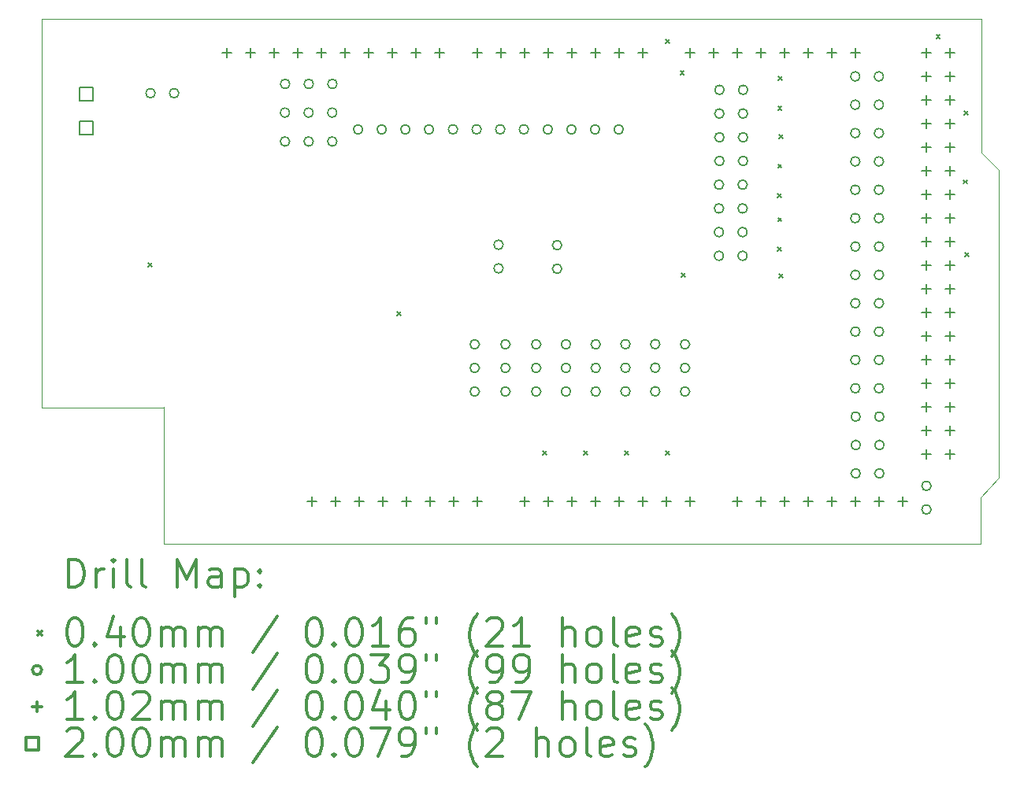
<source format=gbr>
%FSLAX45Y45*%
G04 Gerber Fmt 4.5, Leading zero omitted, Abs format (unit mm)*
G04 Created by KiCad (PCBNEW (5.1.0-0)) date 2019-04-24 12:07:12*
%MOMM*%
%LPD*%
G04 APERTURE LIST*
%ADD10C,0.100000*%
%ADD11C,0.200000*%
%ADD12C,0.300000*%
G04 APERTURE END LIST*
D10*
X8540000Y-6700000D02*
X8540000Y-6785000D01*
X18640000Y-6700000D02*
X8540000Y-6700000D01*
X18640000Y-8140000D02*
X18640000Y-6700000D01*
X18825000Y-8325000D02*
X18640000Y-8140000D01*
X18825000Y-11640000D02*
X18825000Y-8325000D01*
X18625000Y-11845000D02*
X18825000Y-11640000D01*
X18625000Y-12345000D02*
X18625000Y-11845000D01*
X9845000Y-12345000D02*
X18625000Y-12345000D01*
X9845000Y-10875000D02*
X9845000Y-12345000D01*
X8540000Y-10880000D02*
X9845000Y-10880000D01*
X8540000Y-6785000D02*
X8540000Y-10880000D01*
D11*
X9680000Y-9325000D02*
X9720000Y-9365000D01*
X9720000Y-9325000D02*
X9680000Y-9365000D01*
X12355000Y-9855000D02*
X12395000Y-9895000D01*
X12395000Y-9855000D02*
X12355000Y-9895000D01*
X13920000Y-11350000D02*
X13960000Y-11390000D01*
X13960000Y-11350000D02*
X13920000Y-11390000D01*
X14360000Y-11350000D02*
X14400000Y-11390000D01*
X14400000Y-11350000D02*
X14360000Y-11390000D01*
X14800000Y-11350000D02*
X14840000Y-11390000D01*
X14840000Y-11350000D02*
X14800000Y-11390000D01*
X15240000Y-6920000D02*
X15280000Y-6960000D01*
X15280000Y-6920000D02*
X15240000Y-6960000D01*
X15240000Y-11350000D02*
X15280000Y-11390000D01*
X15280000Y-11350000D02*
X15240000Y-11390000D01*
X15400000Y-7260000D02*
X15440000Y-7300000D01*
X15440000Y-7260000D02*
X15400000Y-7300000D01*
X15410000Y-9435000D02*
X15450000Y-9475000D01*
X15450000Y-9435000D02*
X15410000Y-9475000D01*
X16445000Y-8580000D02*
X16485000Y-8620000D01*
X16485000Y-8580000D02*
X16445000Y-8620000D01*
X16445000Y-9160000D02*
X16485000Y-9200000D01*
X16485000Y-9160000D02*
X16445000Y-9200000D01*
X16450000Y-7640000D02*
X16490000Y-7680000D01*
X16490000Y-7640000D02*
X16450000Y-7680000D01*
X16450000Y-8265000D02*
X16490000Y-8305000D01*
X16490000Y-8265000D02*
X16450000Y-8305000D01*
X16450000Y-8840000D02*
X16490000Y-8880000D01*
X16490000Y-8840000D02*
X16450000Y-8880000D01*
X16455000Y-7320000D02*
X16495000Y-7360000D01*
X16495000Y-7320000D02*
X16455000Y-7360000D01*
X16460000Y-7950000D02*
X16500000Y-7990000D01*
X16500000Y-7950000D02*
X16460000Y-7990000D01*
X16460000Y-9445000D02*
X16500000Y-9485000D01*
X16500000Y-9445000D02*
X16460000Y-9485000D01*
X18150000Y-6870000D02*
X18190000Y-6910000D01*
X18190000Y-6870000D02*
X18150000Y-6910000D01*
X18445000Y-8435000D02*
X18485000Y-8475000D01*
X18485000Y-8435000D02*
X18445000Y-8475000D01*
X18450000Y-7690000D02*
X18490000Y-7730000D01*
X18490000Y-7690000D02*
X18450000Y-7730000D01*
X18460000Y-9215000D02*
X18500000Y-9255000D01*
X18500000Y-9215000D02*
X18460000Y-9255000D01*
X17330000Y-7625000D02*
G75*
G03X17330000Y-7625000I-50000J0D01*
G01*
X17584000Y-7625000D02*
G75*
G03X17584000Y-7625000I-50000J0D01*
G01*
X17331000Y-10065000D02*
G75*
G03X17331000Y-10065000I-50000J0D01*
G01*
X17585000Y-10065000D02*
G75*
G03X17585000Y-10065000I-50000J0D01*
G01*
X15870000Y-7975000D02*
G75*
G03X15870000Y-7975000I-50000J0D01*
G01*
X16124000Y-7975000D02*
G75*
G03X16124000Y-7975000I-50000J0D01*
G01*
X14125000Y-9135000D02*
G75*
G03X14125000Y-9135000I-50000J0D01*
G01*
X14125000Y-9389000D02*
G75*
G03X14125000Y-9389000I-50000J0D01*
G01*
X13495000Y-9131000D02*
G75*
G03X13495000Y-9131000I-50000J0D01*
G01*
X13495000Y-9385000D02*
G75*
G03X13495000Y-9385000I-50000J0D01*
G01*
X13006000Y-7890000D02*
G75*
G03X13006000Y-7890000I-50000J0D01*
G01*
X13260000Y-7890000D02*
G75*
G03X13260000Y-7890000I-50000J0D01*
G01*
X13514000Y-7890000D02*
G75*
G03X13514000Y-7890000I-50000J0D01*
G01*
X13768000Y-7890000D02*
G75*
G03X13768000Y-7890000I-50000J0D01*
G01*
X17330000Y-8235000D02*
G75*
G03X17330000Y-8235000I-50000J0D01*
G01*
X17584000Y-8235000D02*
G75*
G03X17584000Y-8235000I-50000J0D01*
G01*
X17330000Y-7930000D02*
G75*
G03X17330000Y-7930000I-50000J0D01*
G01*
X17584000Y-7930000D02*
G75*
G03X17584000Y-7930000I-50000J0D01*
G01*
X17335000Y-11590000D02*
G75*
G03X17335000Y-11590000I-50000J0D01*
G01*
X11202000Y-7400000D02*
G75*
G03X11202000Y-7400000I-50000J0D01*
G01*
X11456000Y-7400000D02*
G75*
G03X11456000Y-7400000I-50000J0D01*
G01*
X11710000Y-7400000D02*
G75*
G03X11710000Y-7400000I-50000J0D01*
G01*
X15870000Y-8230000D02*
G75*
G03X15870000Y-8230000I-50000J0D01*
G01*
X16124000Y-8230000D02*
G75*
G03X16124000Y-8230000I-50000J0D01*
G01*
X15865000Y-9250000D02*
G75*
G03X15865000Y-9250000I-50000J0D01*
G01*
X17589000Y-11590000D02*
G75*
G03X17589000Y-11590000I-50000J0D01*
G01*
X15500000Y-10202000D02*
G75*
G03X15500000Y-10202000I-50000J0D01*
G01*
X15500000Y-10456000D02*
G75*
G03X15500000Y-10456000I-50000J0D01*
G01*
X15500000Y-10710000D02*
G75*
G03X15500000Y-10710000I-50000J0D01*
G01*
X13570000Y-10456000D02*
G75*
G03X13570000Y-10456000I-50000J0D01*
G01*
X14025000Y-7890000D02*
G75*
G03X14025000Y-7890000I-50000J0D01*
G01*
X14279000Y-7890000D02*
G75*
G03X14279000Y-7890000I-50000J0D01*
G01*
X14533000Y-7890000D02*
G75*
G03X14533000Y-7890000I-50000J0D01*
G01*
X14787000Y-7890000D02*
G75*
G03X14787000Y-7890000I-50000J0D01*
G01*
X15865000Y-8485000D02*
G75*
G03X15865000Y-8485000I-50000J0D01*
G01*
X16119000Y-8485000D02*
G75*
G03X16119000Y-8485000I-50000J0D01*
G01*
X13570000Y-10202000D02*
G75*
G03X13570000Y-10202000I-50000J0D01*
G01*
X13570000Y-10710000D02*
G75*
G03X13570000Y-10710000I-50000J0D01*
G01*
X9755000Y-7500000D02*
G75*
G03X9755000Y-7500000I-50000J0D01*
G01*
X10009000Y-7500000D02*
G75*
G03X10009000Y-7500000I-50000J0D01*
G01*
X15180000Y-10200000D02*
G75*
G03X15180000Y-10200000I-50000J0D01*
G01*
X15180000Y-10454000D02*
G75*
G03X15180000Y-10454000I-50000J0D01*
G01*
X15180000Y-10708000D02*
G75*
G03X15180000Y-10708000I-50000J0D01*
G01*
X16119000Y-9250000D02*
G75*
G03X16119000Y-9250000I-50000J0D01*
G01*
X13240000Y-10202000D02*
G75*
G03X13240000Y-10202000I-50000J0D01*
G01*
X13240000Y-10456000D02*
G75*
G03X13240000Y-10456000I-50000J0D01*
G01*
X13240000Y-10710000D02*
G75*
G03X13240000Y-10710000I-50000J0D01*
G01*
X17330000Y-7320000D02*
G75*
G03X17330000Y-7320000I-50000J0D01*
G01*
X17584000Y-7320000D02*
G75*
G03X17584000Y-7320000I-50000J0D01*
G01*
X17331000Y-9760000D02*
G75*
G03X17331000Y-9760000I-50000J0D01*
G01*
X17585000Y-9760000D02*
G75*
G03X17585000Y-9760000I-50000J0D01*
G01*
X14860000Y-10200000D02*
G75*
G03X14860000Y-10200000I-50000J0D01*
G01*
X14860000Y-10454000D02*
G75*
G03X14860000Y-10454000I-50000J0D01*
G01*
X14860000Y-10708000D02*
G75*
G03X14860000Y-10708000I-50000J0D01*
G01*
X17331000Y-9455000D02*
G75*
G03X17331000Y-9455000I-50000J0D01*
G01*
X17330000Y-8540000D02*
G75*
G03X17330000Y-8540000I-50000J0D01*
G01*
X17584000Y-8540000D02*
G75*
G03X17584000Y-8540000I-50000J0D01*
G01*
X18095000Y-11725000D02*
G75*
G03X18095000Y-11725000I-50000J0D01*
G01*
X18095000Y-11979000D02*
G75*
G03X18095000Y-11979000I-50000J0D01*
G01*
X17585000Y-9455000D02*
G75*
G03X17585000Y-9455000I-50000J0D01*
G01*
X15865000Y-8740000D02*
G75*
G03X15865000Y-8740000I-50000J0D01*
G01*
X15865000Y-8995000D02*
G75*
G03X15865000Y-8995000I-50000J0D01*
G01*
X16119000Y-8995000D02*
G75*
G03X16119000Y-8995000I-50000J0D01*
G01*
X17331000Y-9150000D02*
G75*
G03X17331000Y-9150000I-50000J0D01*
G01*
X17585000Y-9150000D02*
G75*
G03X17585000Y-9150000I-50000J0D01*
G01*
X17335000Y-10980000D02*
G75*
G03X17335000Y-10980000I-50000J0D01*
G01*
X17589000Y-10980000D02*
G75*
G03X17589000Y-10980000I-50000J0D01*
G01*
X15870000Y-7720000D02*
G75*
G03X15870000Y-7720000I-50000J0D01*
G01*
X16124000Y-7720000D02*
G75*
G03X16124000Y-7720000I-50000J0D01*
G01*
X17330000Y-8845000D02*
G75*
G03X17330000Y-8845000I-50000J0D01*
G01*
X17584000Y-8845000D02*
G75*
G03X17584000Y-8845000I-50000J0D01*
G01*
X17336000Y-11285000D02*
G75*
G03X17336000Y-11285000I-50000J0D01*
G01*
X17590000Y-11285000D02*
G75*
G03X17590000Y-11285000I-50000J0D01*
G01*
X11986000Y-7890000D02*
G75*
G03X11986000Y-7890000I-50000J0D01*
G01*
X12240000Y-7890000D02*
G75*
G03X12240000Y-7890000I-50000J0D01*
G01*
X12494000Y-7890000D02*
G75*
G03X12494000Y-7890000I-50000J0D01*
G01*
X12748000Y-7890000D02*
G75*
G03X12748000Y-7890000I-50000J0D01*
G01*
X17585000Y-10675000D02*
G75*
G03X17585000Y-10675000I-50000J0D01*
G01*
X14220000Y-10202000D02*
G75*
G03X14220000Y-10202000I-50000J0D01*
G01*
X14220000Y-10456000D02*
G75*
G03X14220000Y-10456000I-50000J0D01*
G01*
X14220000Y-10710000D02*
G75*
G03X14220000Y-10710000I-50000J0D01*
G01*
X16119000Y-8740000D02*
G75*
G03X16119000Y-8740000I-50000J0D01*
G01*
X17331000Y-10675000D02*
G75*
G03X17331000Y-10675000I-50000J0D01*
G01*
X15870000Y-7465000D02*
G75*
G03X15870000Y-7465000I-50000J0D01*
G01*
X16124000Y-7465000D02*
G75*
G03X16124000Y-7465000I-50000J0D01*
G01*
X11200000Y-7710000D02*
G75*
G03X11200000Y-7710000I-50000J0D01*
G01*
X11454000Y-7710000D02*
G75*
G03X11454000Y-7710000I-50000J0D01*
G01*
X11708000Y-7710000D02*
G75*
G03X11708000Y-7710000I-50000J0D01*
G01*
X17331000Y-10370000D02*
G75*
G03X17331000Y-10370000I-50000J0D01*
G01*
X17585000Y-10370000D02*
G75*
G03X17585000Y-10370000I-50000J0D01*
G01*
X13900000Y-10202000D02*
G75*
G03X13900000Y-10202000I-50000J0D01*
G01*
X13900000Y-10456000D02*
G75*
G03X13900000Y-10456000I-50000J0D01*
G01*
X13900000Y-10710000D02*
G75*
G03X13900000Y-10710000I-50000J0D01*
G01*
X14540000Y-10202000D02*
G75*
G03X14540000Y-10202000I-50000J0D01*
G01*
X14540000Y-10456000D02*
G75*
G03X14540000Y-10456000I-50000J0D01*
G01*
X14540000Y-10710000D02*
G75*
G03X14540000Y-10710000I-50000J0D01*
G01*
X11200000Y-8020000D02*
G75*
G03X11200000Y-8020000I-50000J0D01*
G01*
X11454000Y-8020000D02*
G75*
G03X11454000Y-8020000I-50000J0D01*
G01*
X11708000Y-8020000D02*
G75*
G03X11708000Y-8020000I-50000J0D01*
G01*
X10524600Y-7012400D02*
X10524600Y-7114000D01*
X10473800Y-7063200D02*
X10575400Y-7063200D01*
X10778600Y-7012400D02*
X10778600Y-7114000D01*
X10727800Y-7063200D02*
X10829400Y-7063200D01*
X11032600Y-7012400D02*
X11032600Y-7114000D01*
X10981800Y-7063200D02*
X11083400Y-7063200D01*
X11286600Y-7012400D02*
X11286600Y-7114000D01*
X11235800Y-7063200D02*
X11337400Y-7063200D01*
X11439000Y-11838400D02*
X11439000Y-11940000D01*
X11388200Y-11889200D02*
X11489800Y-11889200D01*
X11540600Y-7012400D02*
X11540600Y-7114000D01*
X11489800Y-7063200D02*
X11591400Y-7063200D01*
X11693000Y-11838400D02*
X11693000Y-11940000D01*
X11642200Y-11889200D02*
X11743800Y-11889200D01*
X11794600Y-7012400D02*
X11794600Y-7114000D01*
X11743800Y-7063200D02*
X11845400Y-7063200D01*
X11947000Y-11838400D02*
X11947000Y-11940000D01*
X11896200Y-11889200D02*
X11997800Y-11889200D01*
X12048600Y-7012400D02*
X12048600Y-7114000D01*
X11997800Y-7063200D02*
X12099400Y-7063200D01*
X12201000Y-11838400D02*
X12201000Y-11940000D01*
X12150200Y-11889200D02*
X12251800Y-11889200D01*
X12302600Y-7012400D02*
X12302600Y-7114000D01*
X12251800Y-7063200D02*
X12353400Y-7063200D01*
X12455000Y-11838400D02*
X12455000Y-11940000D01*
X12404200Y-11889200D02*
X12505800Y-11889200D01*
X12556600Y-7012400D02*
X12556600Y-7114000D01*
X12505800Y-7063200D02*
X12607400Y-7063200D01*
X12709000Y-11838400D02*
X12709000Y-11940000D01*
X12658200Y-11889200D02*
X12759800Y-11889200D01*
X12810600Y-7012400D02*
X12810600Y-7114000D01*
X12759800Y-7063200D02*
X12861400Y-7063200D01*
X12963000Y-11838400D02*
X12963000Y-11940000D01*
X12912200Y-11889200D02*
X13013800Y-11889200D01*
X13217000Y-7012400D02*
X13217000Y-7114000D01*
X13166200Y-7063200D02*
X13267800Y-7063200D01*
X13217000Y-11838400D02*
X13217000Y-11940000D01*
X13166200Y-11889200D02*
X13267800Y-11889200D01*
X13471000Y-7012400D02*
X13471000Y-7114000D01*
X13420200Y-7063200D02*
X13521800Y-7063200D01*
X13725000Y-7012400D02*
X13725000Y-7114000D01*
X13674200Y-7063200D02*
X13775800Y-7063200D01*
X13725000Y-11838400D02*
X13725000Y-11940000D01*
X13674200Y-11889200D02*
X13775800Y-11889200D01*
X13979000Y-7012400D02*
X13979000Y-7114000D01*
X13928200Y-7063200D02*
X14029800Y-7063200D01*
X13979000Y-11838400D02*
X13979000Y-11940000D01*
X13928200Y-11889200D02*
X14029800Y-11889200D01*
X14233000Y-7012400D02*
X14233000Y-7114000D01*
X14182200Y-7063200D02*
X14283800Y-7063200D01*
X14233000Y-11838400D02*
X14233000Y-11940000D01*
X14182200Y-11889200D02*
X14283800Y-11889200D01*
X14487000Y-7012400D02*
X14487000Y-7114000D01*
X14436200Y-7063200D02*
X14537800Y-7063200D01*
X14487000Y-11838400D02*
X14487000Y-11940000D01*
X14436200Y-11889200D02*
X14537800Y-11889200D01*
X14741000Y-7012400D02*
X14741000Y-7114000D01*
X14690200Y-7063200D02*
X14791800Y-7063200D01*
X14741000Y-11838400D02*
X14741000Y-11940000D01*
X14690200Y-11889200D02*
X14791800Y-11889200D01*
X14995000Y-7012400D02*
X14995000Y-7114000D01*
X14944200Y-7063200D02*
X15045800Y-7063200D01*
X14995000Y-11838400D02*
X14995000Y-11940000D01*
X14944200Y-11889200D02*
X15045800Y-11889200D01*
X15249000Y-11838400D02*
X15249000Y-11940000D01*
X15198200Y-11889200D02*
X15299800Y-11889200D01*
X15503000Y-7012400D02*
X15503000Y-7114000D01*
X15452200Y-7063200D02*
X15553800Y-7063200D01*
X15503000Y-11838400D02*
X15503000Y-11940000D01*
X15452200Y-11889200D02*
X15553800Y-11889200D01*
X15757000Y-7012400D02*
X15757000Y-7114000D01*
X15706200Y-7063200D02*
X15807800Y-7063200D01*
X16011000Y-7012400D02*
X16011000Y-7114000D01*
X15960200Y-7063200D02*
X16061800Y-7063200D01*
X16011000Y-11838400D02*
X16011000Y-11940000D01*
X15960200Y-11889200D02*
X16061800Y-11889200D01*
X16265000Y-7012400D02*
X16265000Y-7114000D01*
X16214200Y-7063200D02*
X16315800Y-7063200D01*
X16265000Y-11838400D02*
X16265000Y-11940000D01*
X16214200Y-11889200D02*
X16315800Y-11889200D01*
X16519000Y-7012400D02*
X16519000Y-7114000D01*
X16468200Y-7063200D02*
X16569800Y-7063200D01*
X16519000Y-11838400D02*
X16519000Y-11940000D01*
X16468200Y-11889200D02*
X16569800Y-11889200D01*
X16773000Y-7012400D02*
X16773000Y-7114000D01*
X16722200Y-7063200D02*
X16823800Y-7063200D01*
X16773000Y-11838400D02*
X16773000Y-11940000D01*
X16722200Y-11889200D02*
X16823800Y-11889200D01*
X17027000Y-7012400D02*
X17027000Y-7114000D01*
X16976200Y-7063200D02*
X17077800Y-7063200D01*
X17027000Y-11838400D02*
X17027000Y-11940000D01*
X16976200Y-11889200D02*
X17077800Y-11889200D01*
X17281000Y-7012400D02*
X17281000Y-7114000D01*
X17230200Y-7063200D02*
X17331800Y-7063200D01*
X17281000Y-7012400D02*
X17281000Y-7114000D01*
X17230200Y-7063200D02*
X17331800Y-7063200D01*
X17281000Y-11838400D02*
X17281000Y-11940000D01*
X17230200Y-11889200D02*
X17331800Y-11889200D01*
X17535000Y-11838400D02*
X17535000Y-11940000D01*
X17484200Y-11889200D02*
X17585800Y-11889200D01*
X17789000Y-11838400D02*
X17789000Y-11940000D01*
X17738200Y-11889200D02*
X17839800Y-11889200D01*
X18043000Y-7012400D02*
X18043000Y-7114000D01*
X17992200Y-7063200D02*
X18093800Y-7063200D01*
X18043000Y-7266400D02*
X18043000Y-7368000D01*
X17992200Y-7317200D02*
X18093800Y-7317200D01*
X18043000Y-7520400D02*
X18043000Y-7622000D01*
X17992200Y-7571200D02*
X18093800Y-7571200D01*
X18043000Y-7774400D02*
X18043000Y-7876000D01*
X17992200Y-7825200D02*
X18093800Y-7825200D01*
X18043000Y-8028400D02*
X18043000Y-8130000D01*
X17992200Y-8079200D02*
X18093800Y-8079200D01*
X18043000Y-8282400D02*
X18043000Y-8384000D01*
X17992200Y-8333200D02*
X18093800Y-8333200D01*
X18043000Y-8536400D02*
X18043000Y-8638000D01*
X17992200Y-8587200D02*
X18093800Y-8587200D01*
X18043000Y-8790400D02*
X18043000Y-8892000D01*
X17992200Y-8841200D02*
X18093800Y-8841200D01*
X18043000Y-9044400D02*
X18043000Y-9146000D01*
X17992200Y-9095200D02*
X18093800Y-9095200D01*
X18043000Y-9298400D02*
X18043000Y-9400000D01*
X17992200Y-9349200D02*
X18093800Y-9349200D01*
X18043000Y-9552400D02*
X18043000Y-9654000D01*
X17992200Y-9603200D02*
X18093800Y-9603200D01*
X18043000Y-9806400D02*
X18043000Y-9908000D01*
X17992200Y-9857200D02*
X18093800Y-9857200D01*
X18043000Y-10060400D02*
X18043000Y-10162000D01*
X17992200Y-10111200D02*
X18093800Y-10111200D01*
X18043000Y-10314400D02*
X18043000Y-10416000D01*
X17992200Y-10365200D02*
X18093800Y-10365200D01*
X18043000Y-10568400D02*
X18043000Y-10670000D01*
X17992200Y-10619200D02*
X18093800Y-10619200D01*
X18043000Y-10822400D02*
X18043000Y-10924000D01*
X17992200Y-10873200D02*
X18093800Y-10873200D01*
X18043000Y-11076400D02*
X18043000Y-11178000D01*
X17992200Y-11127200D02*
X18093800Y-11127200D01*
X18043000Y-11330400D02*
X18043000Y-11432000D01*
X17992200Y-11381200D02*
X18093800Y-11381200D01*
X18297000Y-7012400D02*
X18297000Y-7114000D01*
X18246200Y-7063200D02*
X18347800Y-7063200D01*
X18297000Y-7266400D02*
X18297000Y-7368000D01*
X18246200Y-7317200D02*
X18347800Y-7317200D01*
X18297000Y-7520400D02*
X18297000Y-7622000D01*
X18246200Y-7571200D02*
X18347800Y-7571200D01*
X18297000Y-7774400D02*
X18297000Y-7876000D01*
X18246200Y-7825200D02*
X18347800Y-7825200D01*
X18297000Y-8028400D02*
X18297000Y-8130000D01*
X18246200Y-8079200D02*
X18347800Y-8079200D01*
X18297000Y-8282400D02*
X18297000Y-8384000D01*
X18246200Y-8333200D02*
X18347800Y-8333200D01*
X18297000Y-8536400D02*
X18297000Y-8638000D01*
X18246200Y-8587200D02*
X18347800Y-8587200D01*
X18297000Y-8790400D02*
X18297000Y-8892000D01*
X18246200Y-8841200D02*
X18347800Y-8841200D01*
X18297000Y-9044400D02*
X18297000Y-9146000D01*
X18246200Y-9095200D02*
X18347800Y-9095200D01*
X18297000Y-9298400D02*
X18297000Y-9400000D01*
X18246200Y-9349200D02*
X18347800Y-9349200D01*
X18297000Y-9552400D02*
X18297000Y-9654000D01*
X18246200Y-9603200D02*
X18347800Y-9603200D01*
X18297000Y-9806400D02*
X18297000Y-9908000D01*
X18246200Y-9857200D02*
X18347800Y-9857200D01*
X18297000Y-10060400D02*
X18297000Y-10162000D01*
X18246200Y-10111200D02*
X18347800Y-10111200D01*
X18297000Y-10314400D02*
X18297000Y-10416000D01*
X18246200Y-10365200D02*
X18347800Y-10365200D01*
X18297000Y-10568400D02*
X18297000Y-10670000D01*
X18246200Y-10619200D02*
X18347800Y-10619200D01*
X18297000Y-10822400D02*
X18297000Y-10924000D01*
X18246200Y-10873200D02*
X18347800Y-10873200D01*
X18297000Y-11076400D02*
X18297000Y-11178000D01*
X18246200Y-11127200D02*
X18347800Y-11127200D01*
X18297000Y-11330400D02*
X18297000Y-11432000D01*
X18246200Y-11381200D02*
X18347800Y-11381200D01*
X9085711Y-7580711D02*
X9085711Y-7439289D01*
X8944289Y-7439289D01*
X8944289Y-7580711D01*
X9085711Y-7580711D01*
X9085711Y-7944711D02*
X9085711Y-7803289D01*
X8944289Y-7803289D01*
X8944289Y-7944711D01*
X9085711Y-7944711D01*
D12*
X8821428Y-12815714D02*
X8821428Y-12515714D01*
X8892857Y-12515714D01*
X8935714Y-12530000D01*
X8964286Y-12558571D01*
X8978571Y-12587143D01*
X8992857Y-12644286D01*
X8992857Y-12687143D01*
X8978571Y-12744286D01*
X8964286Y-12772857D01*
X8935714Y-12801429D01*
X8892857Y-12815714D01*
X8821428Y-12815714D01*
X9121428Y-12815714D02*
X9121428Y-12615714D01*
X9121428Y-12672857D02*
X9135714Y-12644286D01*
X9150000Y-12630000D01*
X9178571Y-12615714D01*
X9207143Y-12615714D01*
X9307143Y-12815714D02*
X9307143Y-12615714D01*
X9307143Y-12515714D02*
X9292857Y-12530000D01*
X9307143Y-12544286D01*
X9321428Y-12530000D01*
X9307143Y-12515714D01*
X9307143Y-12544286D01*
X9492857Y-12815714D02*
X9464286Y-12801429D01*
X9450000Y-12772857D01*
X9450000Y-12515714D01*
X9650000Y-12815714D02*
X9621428Y-12801429D01*
X9607143Y-12772857D01*
X9607143Y-12515714D01*
X9992857Y-12815714D02*
X9992857Y-12515714D01*
X10092857Y-12730000D01*
X10192857Y-12515714D01*
X10192857Y-12815714D01*
X10464286Y-12815714D02*
X10464286Y-12658571D01*
X10450000Y-12630000D01*
X10421428Y-12615714D01*
X10364286Y-12615714D01*
X10335714Y-12630000D01*
X10464286Y-12801429D02*
X10435714Y-12815714D01*
X10364286Y-12815714D01*
X10335714Y-12801429D01*
X10321428Y-12772857D01*
X10321428Y-12744286D01*
X10335714Y-12715714D01*
X10364286Y-12701429D01*
X10435714Y-12701429D01*
X10464286Y-12687143D01*
X10607143Y-12615714D02*
X10607143Y-12915714D01*
X10607143Y-12630000D02*
X10635714Y-12615714D01*
X10692857Y-12615714D01*
X10721428Y-12630000D01*
X10735714Y-12644286D01*
X10750000Y-12672857D01*
X10750000Y-12758571D01*
X10735714Y-12787143D01*
X10721428Y-12801429D01*
X10692857Y-12815714D01*
X10635714Y-12815714D01*
X10607143Y-12801429D01*
X10878571Y-12787143D02*
X10892857Y-12801429D01*
X10878571Y-12815714D01*
X10864286Y-12801429D01*
X10878571Y-12787143D01*
X10878571Y-12815714D01*
X10878571Y-12630000D02*
X10892857Y-12644286D01*
X10878571Y-12658571D01*
X10864286Y-12644286D01*
X10878571Y-12630000D01*
X10878571Y-12658571D01*
X8495000Y-13290000D02*
X8535000Y-13330000D01*
X8535000Y-13290000D02*
X8495000Y-13330000D01*
X8878571Y-13145714D02*
X8907143Y-13145714D01*
X8935714Y-13160000D01*
X8950000Y-13174286D01*
X8964286Y-13202857D01*
X8978571Y-13260000D01*
X8978571Y-13331429D01*
X8964286Y-13388571D01*
X8950000Y-13417143D01*
X8935714Y-13431429D01*
X8907143Y-13445714D01*
X8878571Y-13445714D01*
X8850000Y-13431429D01*
X8835714Y-13417143D01*
X8821428Y-13388571D01*
X8807143Y-13331429D01*
X8807143Y-13260000D01*
X8821428Y-13202857D01*
X8835714Y-13174286D01*
X8850000Y-13160000D01*
X8878571Y-13145714D01*
X9107143Y-13417143D02*
X9121428Y-13431429D01*
X9107143Y-13445714D01*
X9092857Y-13431429D01*
X9107143Y-13417143D01*
X9107143Y-13445714D01*
X9378571Y-13245714D02*
X9378571Y-13445714D01*
X9307143Y-13131429D02*
X9235714Y-13345714D01*
X9421428Y-13345714D01*
X9592857Y-13145714D02*
X9621428Y-13145714D01*
X9650000Y-13160000D01*
X9664286Y-13174286D01*
X9678571Y-13202857D01*
X9692857Y-13260000D01*
X9692857Y-13331429D01*
X9678571Y-13388571D01*
X9664286Y-13417143D01*
X9650000Y-13431429D01*
X9621428Y-13445714D01*
X9592857Y-13445714D01*
X9564286Y-13431429D01*
X9550000Y-13417143D01*
X9535714Y-13388571D01*
X9521428Y-13331429D01*
X9521428Y-13260000D01*
X9535714Y-13202857D01*
X9550000Y-13174286D01*
X9564286Y-13160000D01*
X9592857Y-13145714D01*
X9821428Y-13445714D02*
X9821428Y-13245714D01*
X9821428Y-13274286D02*
X9835714Y-13260000D01*
X9864286Y-13245714D01*
X9907143Y-13245714D01*
X9935714Y-13260000D01*
X9950000Y-13288571D01*
X9950000Y-13445714D01*
X9950000Y-13288571D02*
X9964286Y-13260000D01*
X9992857Y-13245714D01*
X10035714Y-13245714D01*
X10064286Y-13260000D01*
X10078571Y-13288571D01*
X10078571Y-13445714D01*
X10221428Y-13445714D02*
X10221428Y-13245714D01*
X10221428Y-13274286D02*
X10235714Y-13260000D01*
X10264286Y-13245714D01*
X10307143Y-13245714D01*
X10335714Y-13260000D01*
X10350000Y-13288571D01*
X10350000Y-13445714D01*
X10350000Y-13288571D02*
X10364286Y-13260000D01*
X10392857Y-13245714D01*
X10435714Y-13245714D01*
X10464286Y-13260000D01*
X10478571Y-13288571D01*
X10478571Y-13445714D01*
X11064286Y-13131429D02*
X10807143Y-13517143D01*
X11450000Y-13145714D02*
X11478571Y-13145714D01*
X11507143Y-13160000D01*
X11521428Y-13174286D01*
X11535714Y-13202857D01*
X11550000Y-13260000D01*
X11550000Y-13331429D01*
X11535714Y-13388571D01*
X11521428Y-13417143D01*
X11507143Y-13431429D01*
X11478571Y-13445714D01*
X11450000Y-13445714D01*
X11421428Y-13431429D01*
X11407143Y-13417143D01*
X11392857Y-13388571D01*
X11378571Y-13331429D01*
X11378571Y-13260000D01*
X11392857Y-13202857D01*
X11407143Y-13174286D01*
X11421428Y-13160000D01*
X11450000Y-13145714D01*
X11678571Y-13417143D02*
X11692857Y-13431429D01*
X11678571Y-13445714D01*
X11664286Y-13431429D01*
X11678571Y-13417143D01*
X11678571Y-13445714D01*
X11878571Y-13145714D02*
X11907143Y-13145714D01*
X11935714Y-13160000D01*
X11950000Y-13174286D01*
X11964286Y-13202857D01*
X11978571Y-13260000D01*
X11978571Y-13331429D01*
X11964286Y-13388571D01*
X11950000Y-13417143D01*
X11935714Y-13431429D01*
X11907143Y-13445714D01*
X11878571Y-13445714D01*
X11850000Y-13431429D01*
X11835714Y-13417143D01*
X11821428Y-13388571D01*
X11807143Y-13331429D01*
X11807143Y-13260000D01*
X11821428Y-13202857D01*
X11835714Y-13174286D01*
X11850000Y-13160000D01*
X11878571Y-13145714D01*
X12264286Y-13445714D02*
X12092857Y-13445714D01*
X12178571Y-13445714D02*
X12178571Y-13145714D01*
X12150000Y-13188571D01*
X12121428Y-13217143D01*
X12092857Y-13231429D01*
X12521428Y-13145714D02*
X12464286Y-13145714D01*
X12435714Y-13160000D01*
X12421428Y-13174286D01*
X12392857Y-13217143D01*
X12378571Y-13274286D01*
X12378571Y-13388571D01*
X12392857Y-13417143D01*
X12407143Y-13431429D01*
X12435714Y-13445714D01*
X12492857Y-13445714D01*
X12521428Y-13431429D01*
X12535714Y-13417143D01*
X12550000Y-13388571D01*
X12550000Y-13317143D01*
X12535714Y-13288571D01*
X12521428Y-13274286D01*
X12492857Y-13260000D01*
X12435714Y-13260000D01*
X12407143Y-13274286D01*
X12392857Y-13288571D01*
X12378571Y-13317143D01*
X12664286Y-13145714D02*
X12664286Y-13202857D01*
X12778571Y-13145714D02*
X12778571Y-13202857D01*
X13221428Y-13560000D02*
X13207143Y-13545714D01*
X13178571Y-13502857D01*
X13164286Y-13474286D01*
X13150000Y-13431429D01*
X13135714Y-13360000D01*
X13135714Y-13302857D01*
X13150000Y-13231429D01*
X13164286Y-13188571D01*
X13178571Y-13160000D01*
X13207143Y-13117143D01*
X13221428Y-13102857D01*
X13321428Y-13174286D02*
X13335714Y-13160000D01*
X13364286Y-13145714D01*
X13435714Y-13145714D01*
X13464286Y-13160000D01*
X13478571Y-13174286D01*
X13492857Y-13202857D01*
X13492857Y-13231429D01*
X13478571Y-13274286D01*
X13307143Y-13445714D01*
X13492857Y-13445714D01*
X13778571Y-13445714D02*
X13607143Y-13445714D01*
X13692857Y-13445714D02*
X13692857Y-13145714D01*
X13664286Y-13188571D01*
X13635714Y-13217143D01*
X13607143Y-13231429D01*
X14135714Y-13445714D02*
X14135714Y-13145714D01*
X14264286Y-13445714D02*
X14264286Y-13288571D01*
X14250000Y-13260000D01*
X14221428Y-13245714D01*
X14178571Y-13245714D01*
X14150000Y-13260000D01*
X14135714Y-13274286D01*
X14450000Y-13445714D02*
X14421428Y-13431429D01*
X14407143Y-13417143D01*
X14392857Y-13388571D01*
X14392857Y-13302857D01*
X14407143Y-13274286D01*
X14421428Y-13260000D01*
X14450000Y-13245714D01*
X14492857Y-13245714D01*
X14521428Y-13260000D01*
X14535714Y-13274286D01*
X14550000Y-13302857D01*
X14550000Y-13388571D01*
X14535714Y-13417143D01*
X14521428Y-13431429D01*
X14492857Y-13445714D01*
X14450000Y-13445714D01*
X14721428Y-13445714D02*
X14692857Y-13431429D01*
X14678571Y-13402857D01*
X14678571Y-13145714D01*
X14950000Y-13431429D02*
X14921428Y-13445714D01*
X14864286Y-13445714D01*
X14835714Y-13431429D01*
X14821428Y-13402857D01*
X14821428Y-13288571D01*
X14835714Y-13260000D01*
X14864286Y-13245714D01*
X14921428Y-13245714D01*
X14950000Y-13260000D01*
X14964286Y-13288571D01*
X14964286Y-13317143D01*
X14821428Y-13345714D01*
X15078571Y-13431429D02*
X15107143Y-13445714D01*
X15164286Y-13445714D01*
X15192857Y-13431429D01*
X15207143Y-13402857D01*
X15207143Y-13388571D01*
X15192857Y-13360000D01*
X15164286Y-13345714D01*
X15121428Y-13345714D01*
X15092857Y-13331429D01*
X15078571Y-13302857D01*
X15078571Y-13288571D01*
X15092857Y-13260000D01*
X15121428Y-13245714D01*
X15164286Y-13245714D01*
X15192857Y-13260000D01*
X15307143Y-13560000D02*
X15321428Y-13545714D01*
X15350000Y-13502857D01*
X15364286Y-13474286D01*
X15378571Y-13431429D01*
X15392857Y-13360000D01*
X15392857Y-13302857D01*
X15378571Y-13231429D01*
X15364286Y-13188571D01*
X15350000Y-13160000D01*
X15321428Y-13117143D01*
X15307143Y-13102857D01*
X8535000Y-13706000D02*
G75*
G03X8535000Y-13706000I-50000J0D01*
G01*
X8978571Y-13841714D02*
X8807143Y-13841714D01*
X8892857Y-13841714D02*
X8892857Y-13541714D01*
X8864286Y-13584571D01*
X8835714Y-13613143D01*
X8807143Y-13627429D01*
X9107143Y-13813143D02*
X9121428Y-13827429D01*
X9107143Y-13841714D01*
X9092857Y-13827429D01*
X9107143Y-13813143D01*
X9107143Y-13841714D01*
X9307143Y-13541714D02*
X9335714Y-13541714D01*
X9364286Y-13556000D01*
X9378571Y-13570286D01*
X9392857Y-13598857D01*
X9407143Y-13656000D01*
X9407143Y-13727429D01*
X9392857Y-13784571D01*
X9378571Y-13813143D01*
X9364286Y-13827429D01*
X9335714Y-13841714D01*
X9307143Y-13841714D01*
X9278571Y-13827429D01*
X9264286Y-13813143D01*
X9250000Y-13784571D01*
X9235714Y-13727429D01*
X9235714Y-13656000D01*
X9250000Y-13598857D01*
X9264286Y-13570286D01*
X9278571Y-13556000D01*
X9307143Y-13541714D01*
X9592857Y-13541714D02*
X9621428Y-13541714D01*
X9650000Y-13556000D01*
X9664286Y-13570286D01*
X9678571Y-13598857D01*
X9692857Y-13656000D01*
X9692857Y-13727429D01*
X9678571Y-13784571D01*
X9664286Y-13813143D01*
X9650000Y-13827429D01*
X9621428Y-13841714D01*
X9592857Y-13841714D01*
X9564286Y-13827429D01*
X9550000Y-13813143D01*
X9535714Y-13784571D01*
X9521428Y-13727429D01*
X9521428Y-13656000D01*
X9535714Y-13598857D01*
X9550000Y-13570286D01*
X9564286Y-13556000D01*
X9592857Y-13541714D01*
X9821428Y-13841714D02*
X9821428Y-13641714D01*
X9821428Y-13670286D02*
X9835714Y-13656000D01*
X9864286Y-13641714D01*
X9907143Y-13641714D01*
X9935714Y-13656000D01*
X9950000Y-13684571D01*
X9950000Y-13841714D01*
X9950000Y-13684571D02*
X9964286Y-13656000D01*
X9992857Y-13641714D01*
X10035714Y-13641714D01*
X10064286Y-13656000D01*
X10078571Y-13684571D01*
X10078571Y-13841714D01*
X10221428Y-13841714D02*
X10221428Y-13641714D01*
X10221428Y-13670286D02*
X10235714Y-13656000D01*
X10264286Y-13641714D01*
X10307143Y-13641714D01*
X10335714Y-13656000D01*
X10350000Y-13684571D01*
X10350000Y-13841714D01*
X10350000Y-13684571D02*
X10364286Y-13656000D01*
X10392857Y-13641714D01*
X10435714Y-13641714D01*
X10464286Y-13656000D01*
X10478571Y-13684571D01*
X10478571Y-13841714D01*
X11064286Y-13527429D02*
X10807143Y-13913143D01*
X11450000Y-13541714D02*
X11478571Y-13541714D01*
X11507143Y-13556000D01*
X11521428Y-13570286D01*
X11535714Y-13598857D01*
X11550000Y-13656000D01*
X11550000Y-13727429D01*
X11535714Y-13784571D01*
X11521428Y-13813143D01*
X11507143Y-13827429D01*
X11478571Y-13841714D01*
X11450000Y-13841714D01*
X11421428Y-13827429D01*
X11407143Y-13813143D01*
X11392857Y-13784571D01*
X11378571Y-13727429D01*
X11378571Y-13656000D01*
X11392857Y-13598857D01*
X11407143Y-13570286D01*
X11421428Y-13556000D01*
X11450000Y-13541714D01*
X11678571Y-13813143D02*
X11692857Y-13827429D01*
X11678571Y-13841714D01*
X11664286Y-13827429D01*
X11678571Y-13813143D01*
X11678571Y-13841714D01*
X11878571Y-13541714D02*
X11907143Y-13541714D01*
X11935714Y-13556000D01*
X11950000Y-13570286D01*
X11964286Y-13598857D01*
X11978571Y-13656000D01*
X11978571Y-13727429D01*
X11964286Y-13784571D01*
X11950000Y-13813143D01*
X11935714Y-13827429D01*
X11907143Y-13841714D01*
X11878571Y-13841714D01*
X11850000Y-13827429D01*
X11835714Y-13813143D01*
X11821428Y-13784571D01*
X11807143Y-13727429D01*
X11807143Y-13656000D01*
X11821428Y-13598857D01*
X11835714Y-13570286D01*
X11850000Y-13556000D01*
X11878571Y-13541714D01*
X12078571Y-13541714D02*
X12264286Y-13541714D01*
X12164286Y-13656000D01*
X12207143Y-13656000D01*
X12235714Y-13670286D01*
X12250000Y-13684571D01*
X12264286Y-13713143D01*
X12264286Y-13784571D01*
X12250000Y-13813143D01*
X12235714Y-13827429D01*
X12207143Y-13841714D01*
X12121428Y-13841714D01*
X12092857Y-13827429D01*
X12078571Y-13813143D01*
X12407143Y-13841714D02*
X12464286Y-13841714D01*
X12492857Y-13827429D01*
X12507143Y-13813143D01*
X12535714Y-13770286D01*
X12550000Y-13713143D01*
X12550000Y-13598857D01*
X12535714Y-13570286D01*
X12521428Y-13556000D01*
X12492857Y-13541714D01*
X12435714Y-13541714D01*
X12407143Y-13556000D01*
X12392857Y-13570286D01*
X12378571Y-13598857D01*
X12378571Y-13670286D01*
X12392857Y-13698857D01*
X12407143Y-13713143D01*
X12435714Y-13727429D01*
X12492857Y-13727429D01*
X12521428Y-13713143D01*
X12535714Y-13698857D01*
X12550000Y-13670286D01*
X12664286Y-13541714D02*
X12664286Y-13598857D01*
X12778571Y-13541714D02*
X12778571Y-13598857D01*
X13221428Y-13956000D02*
X13207143Y-13941714D01*
X13178571Y-13898857D01*
X13164286Y-13870286D01*
X13150000Y-13827429D01*
X13135714Y-13756000D01*
X13135714Y-13698857D01*
X13150000Y-13627429D01*
X13164286Y-13584571D01*
X13178571Y-13556000D01*
X13207143Y-13513143D01*
X13221428Y-13498857D01*
X13350000Y-13841714D02*
X13407143Y-13841714D01*
X13435714Y-13827429D01*
X13450000Y-13813143D01*
X13478571Y-13770286D01*
X13492857Y-13713143D01*
X13492857Y-13598857D01*
X13478571Y-13570286D01*
X13464286Y-13556000D01*
X13435714Y-13541714D01*
X13378571Y-13541714D01*
X13350000Y-13556000D01*
X13335714Y-13570286D01*
X13321428Y-13598857D01*
X13321428Y-13670286D01*
X13335714Y-13698857D01*
X13350000Y-13713143D01*
X13378571Y-13727429D01*
X13435714Y-13727429D01*
X13464286Y-13713143D01*
X13478571Y-13698857D01*
X13492857Y-13670286D01*
X13635714Y-13841714D02*
X13692857Y-13841714D01*
X13721428Y-13827429D01*
X13735714Y-13813143D01*
X13764286Y-13770286D01*
X13778571Y-13713143D01*
X13778571Y-13598857D01*
X13764286Y-13570286D01*
X13750000Y-13556000D01*
X13721428Y-13541714D01*
X13664286Y-13541714D01*
X13635714Y-13556000D01*
X13621428Y-13570286D01*
X13607143Y-13598857D01*
X13607143Y-13670286D01*
X13621428Y-13698857D01*
X13635714Y-13713143D01*
X13664286Y-13727429D01*
X13721428Y-13727429D01*
X13750000Y-13713143D01*
X13764286Y-13698857D01*
X13778571Y-13670286D01*
X14135714Y-13841714D02*
X14135714Y-13541714D01*
X14264286Y-13841714D02*
X14264286Y-13684571D01*
X14250000Y-13656000D01*
X14221428Y-13641714D01*
X14178571Y-13641714D01*
X14150000Y-13656000D01*
X14135714Y-13670286D01*
X14450000Y-13841714D02*
X14421428Y-13827429D01*
X14407143Y-13813143D01*
X14392857Y-13784571D01*
X14392857Y-13698857D01*
X14407143Y-13670286D01*
X14421428Y-13656000D01*
X14450000Y-13641714D01*
X14492857Y-13641714D01*
X14521428Y-13656000D01*
X14535714Y-13670286D01*
X14550000Y-13698857D01*
X14550000Y-13784571D01*
X14535714Y-13813143D01*
X14521428Y-13827429D01*
X14492857Y-13841714D01*
X14450000Y-13841714D01*
X14721428Y-13841714D02*
X14692857Y-13827429D01*
X14678571Y-13798857D01*
X14678571Y-13541714D01*
X14950000Y-13827429D02*
X14921428Y-13841714D01*
X14864286Y-13841714D01*
X14835714Y-13827429D01*
X14821428Y-13798857D01*
X14821428Y-13684571D01*
X14835714Y-13656000D01*
X14864286Y-13641714D01*
X14921428Y-13641714D01*
X14950000Y-13656000D01*
X14964286Y-13684571D01*
X14964286Y-13713143D01*
X14821428Y-13741714D01*
X15078571Y-13827429D02*
X15107143Y-13841714D01*
X15164286Y-13841714D01*
X15192857Y-13827429D01*
X15207143Y-13798857D01*
X15207143Y-13784571D01*
X15192857Y-13756000D01*
X15164286Y-13741714D01*
X15121428Y-13741714D01*
X15092857Y-13727429D01*
X15078571Y-13698857D01*
X15078571Y-13684571D01*
X15092857Y-13656000D01*
X15121428Y-13641714D01*
X15164286Y-13641714D01*
X15192857Y-13656000D01*
X15307143Y-13956000D02*
X15321428Y-13941714D01*
X15350000Y-13898857D01*
X15364286Y-13870286D01*
X15378571Y-13827429D01*
X15392857Y-13756000D01*
X15392857Y-13698857D01*
X15378571Y-13627429D01*
X15364286Y-13584571D01*
X15350000Y-13556000D01*
X15321428Y-13513143D01*
X15307143Y-13498857D01*
X8484200Y-14051200D02*
X8484200Y-14152800D01*
X8433400Y-14102000D02*
X8535000Y-14102000D01*
X8978571Y-14237714D02*
X8807143Y-14237714D01*
X8892857Y-14237714D02*
X8892857Y-13937714D01*
X8864286Y-13980571D01*
X8835714Y-14009143D01*
X8807143Y-14023429D01*
X9107143Y-14209143D02*
X9121428Y-14223429D01*
X9107143Y-14237714D01*
X9092857Y-14223429D01*
X9107143Y-14209143D01*
X9107143Y-14237714D01*
X9307143Y-13937714D02*
X9335714Y-13937714D01*
X9364286Y-13952000D01*
X9378571Y-13966286D01*
X9392857Y-13994857D01*
X9407143Y-14052000D01*
X9407143Y-14123429D01*
X9392857Y-14180571D01*
X9378571Y-14209143D01*
X9364286Y-14223429D01*
X9335714Y-14237714D01*
X9307143Y-14237714D01*
X9278571Y-14223429D01*
X9264286Y-14209143D01*
X9250000Y-14180571D01*
X9235714Y-14123429D01*
X9235714Y-14052000D01*
X9250000Y-13994857D01*
X9264286Y-13966286D01*
X9278571Y-13952000D01*
X9307143Y-13937714D01*
X9521428Y-13966286D02*
X9535714Y-13952000D01*
X9564286Y-13937714D01*
X9635714Y-13937714D01*
X9664286Y-13952000D01*
X9678571Y-13966286D01*
X9692857Y-13994857D01*
X9692857Y-14023429D01*
X9678571Y-14066286D01*
X9507143Y-14237714D01*
X9692857Y-14237714D01*
X9821428Y-14237714D02*
X9821428Y-14037714D01*
X9821428Y-14066286D02*
X9835714Y-14052000D01*
X9864286Y-14037714D01*
X9907143Y-14037714D01*
X9935714Y-14052000D01*
X9950000Y-14080571D01*
X9950000Y-14237714D01*
X9950000Y-14080571D02*
X9964286Y-14052000D01*
X9992857Y-14037714D01*
X10035714Y-14037714D01*
X10064286Y-14052000D01*
X10078571Y-14080571D01*
X10078571Y-14237714D01*
X10221428Y-14237714D02*
X10221428Y-14037714D01*
X10221428Y-14066286D02*
X10235714Y-14052000D01*
X10264286Y-14037714D01*
X10307143Y-14037714D01*
X10335714Y-14052000D01*
X10350000Y-14080571D01*
X10350000Y-14237714D01*
X10350000Y-14080571D02*
X10364286Y-14052000D01*
X10392857Y-14037714D01*
X10435714Y-14037714D01*
X10464286Y-14052000D01*
X10478571Y-14080571D01*
X10478571Y-14237714D01*
X11064286Y-13923429D02*
X10807143Y-14309143D01*
X11450000Y-13937714D02*
X11478571Y-13937714D01*
X11507143Y-13952000D01*
X11521428Y-13966286D01*
X11535714Y-13994857D01*
X11550000Y-14052000D01*
X11550000Y-14123429D01*
X11535714Y-14180571D01*
X11521428Y-14209143D01*
X11507143Y-14223429D01*
X11478571Y-14237714D01*
X11450000Y-14237714D01*
X11421428Y-14223429D01*
X11407143Y-14209143D01*
X11392857Y-14180571D01*
X11378571Y-14123429D01*
X11378571Y-14052000D01*
X11392857Y-13994857D01*
X11407143Y-13966286D01*
X11421428Y-13952000D01*
X11450000Y-13937714D01*
X11678571Y-14209143D02*
X11692857Y-14223429D01*
X11678571Y-14237714D01*
X11664286Y-14223429D01*
X11678571Y-14209143D01*
X11678571Y-14237714D01*
X11878571Y-13937714D02*
X11907143Y-13937714D01*
X11935714Y-13952000D01*
X11950000Y-13966286D01*
X11964286Y-13994857D01*
X11978571Y-14052000D01*
X11978571Y-14123429D01*
X11964286Y-14180571D01*
X11950000Y-14209143D01*
X11935714Y-14223429D01*
X11907143Y-14237714D01*
X11878571Y-14237714D01*
X11850000Y-14223429D01*
X11835714Y-14209143D01*
X11821428Y-14180571D01*
X11807143Y-14123429D01*
X11807143Y-14052000D01*
X11821428Y-13994857D01*
X11835714Y-13966286D01*
X11850000Y-13952000D01*
X11878571Y-13937714D01*
X12235714Y-14037714D02*
X12235714Y-14237714D01*
X12164286Y-13923429D02*
X12092857Y-14137714D01*
X12278571Y-14137714D01*
X12450000Y-13937714D02*
X12478571Y-13937714D01*
X12507143Y-13952000D01*
X12521428Y-13966286D01*
X12535714Y-13994857D01*
X12550000Y-14052000D01*
X12550000Y-14123429D01*
X12535714Y-14180571D01*
X12521428Y-14209143D01*
X12507143Y-14223429D01*
X12478571Y-14237714D01*
X12450000Y-14237714D01*
X12421428Y-14223429D01*
X12407143Y-14209143D01*
X12392857Y-14180571D01*
X12378571Y-14123429D01*
X12378571Y-14052000D01*
X12392857Y-13994857D01*
X12407143Y-13966286D01*
X12421428Y-13952000D01*
X12450000Y-13937714D01*
X12664286Y-13937714D02*
X12664286Y-13994857D01*
X12778571Y-13937714D02*
X12778571Y-13994857D01*
X13221428Y-14352000D02*
X13207143Y-14337714D01*
X13178571Y-14294857D01*
X13164286Y-14266286D01*
X13150000Y-14223429D01*
X13135714Y-14152000D01*
X13135714Y-14094857D01*
X13150000Y-14023429D01*
X13164286Y-13980571D01*
X13178571Y-13952000D01*
X13207143Y-13909143D01*
X13221428Y-13894857D01*
X13378571Y-14066286D02*
X13350000Y-14052000D01*
X13335714Y-14037714D01*
X13321428Y-14009143D01*
X13321428Y-13994857D01*
X13335714Y-13966286D01*
X13350000Y-13952000D01*
X13378571Y-13937714D01*
X13435714Y-13937714D01*
X13464286Y-13952000D01*
X13478571Y-13966286D01*
X13492857Y-13994857D01*
X13492857Y-14009143D01*
X13478571Y-14037714D01*
X13464286Y-14052000D01*
X13435714Y-14066286D01*
X13378571Y-14066286D01*
X13350000Y-14080571D01*
X13335714Y-14094857D01*
X13321428Y-14123429D01*
X13321428Y-14180571D01*
X13335714Y-14209143D01*
X13350000Y-14223429D01*
X13378571Y-14237714D01*
X13435714Y-14237714D01*
X13464286Y-14223429D01*
X13478571Y-14209143D01*
X13492857Y-14180571D01*
X13492857Y-14123429D01*
X13478571Y-14094857D01*
X13464286Y-14080571D01*
X13435714Y-14066286D01*
X13592857Y-13937714D02*
X13792857Y-13937714D01*
X13664286Y-14237714D01*
X14135714Y-14237714D02*
X14135714Y-13937714D01*
X14264286Y-14237714D02*
X14264286Y-14080571D01*
X14250000Y-14052000D01*
X14221428Y-14037714D01*
X14178571Y-14037714D01*
X14150000Y-14052000D01*
X14135714Y-14066286D01*
X14450000Y-14237714D02*
X14421428Y-14223429D01*
X14407143Y-14209143D01*
X14392857Y-14180571D01*
X14392857Y-14094857D01*
X14407143Y-14066286D01*
X14421428Y-14052000D01*
X14450000Y-14037714D01*
X14492857Y-14037714D01*
X14521428Y-14052000D01*
X14535714Y-14066286D01*
X14550000Y-14094857D01*
X14550000Y-14180571D01*
X14535714Y-14209143D01*
X14521428Y-14223429D01*
X14492857Y-14237714D01*
X14450000Y-14237714D01*
X14721428Y-14237714D02*
X14692857Y-14223429D01*
X14678571Y-14194857D01*
X14678571Y-13937714D01*
X14950000Y-14223429D02*
X14921428Y-14237714D01*
X14864286Y-14237714D01*
X14835714Y-14223429D01*
X14821428Y-14194857D01*
X14821428Y-14080571D01*
X14835714Y-14052000D01*
X14864286Y-14037714D01*
X14921428Y-14037714D01*
X14950000Y-14052000D01*
X14964286Y-14080571D01*
X14964286Y-14109143D01*
X14821428Y-14137714D01*
X15078571Y-14223429D02*
X15107143Y-14237714D01*
X15164286Y-14237714D01*
X15192857Y-14223429D01*
X15207143Y-14194857D01*
X15207143Y-14180571D01*
X15192857Y-14152000D01*
X15164286Y-14137714D01*
X15121428Y-14137714D01*
X15092857Y-14123429D01*
X15078571Y-14094857D01*
X15078571Y-14080571D01*
X15092857Y-14052000D01*
X15121428Y-14037714D01*
X15164286Y-14037714D01*
X15192857Y-14052000D01*
X15307143Y-14352000D02*
X15321428Y-14337714D01*
X15350000Y-14294857D01*
X15364286Y-14266286D01*
X15378571Y-14223429D01*
X15392857Y-14152000D01*
X15392857Y-14094857D01*
X15378571Y-14023429D01*
X15364286Y-13980571D01*
X15350000Y-13952000D01*
X15321428Y-13909143D01*
X15307143Y-13894857D01*
X8505711Y-14568711D02*
X8505711Y-14427289D01*
X8364288Y-14427289D01*
X8364288Y-14568711D01*
X8505711Y-14568711D01*
X8807143Y-14362286D02*
X8821428Y-14348000D01*
X8850000Y-14333714D01*
X8921428Y-14333714D01*
X8950000Y-14348000D01*
X8964286Y-14362286D01*
X8978571Y-14390857D01*
X8978571Y-14419429D01*
X8964286Y-14462286D01*
X8792857Y-14633714D01*
X8978571Y-14633714D01*
X9107143Y-14605143D02*
X9121428Y-14619429D01*
X9107143Y-14633714D01*
X9092857Y-14619429D01*
X9107143Y-14605143D01*
X9107143Y-14633714D01*
X9307143Y-14333714D02*
X9335714Y-14333714D01*
X9364286Y-14348000D01*
X9378571Y-14362286D01*
X9392857Y-14390857D01*
X9407143Y-14448000D01*
X9407143Y-14519429D01*
X9392857Y-14576571D01*
X9378571Y-14605143D01*
X9364286Y-14619429D01*
X9335714Y-14633714D01*
X9307143Y-14633714D01*
X9278571Y-14619429D01*
X9264286Y-14605143D01*
X9250000Y-14576571D01*
X9235714Y-14519429D01*
X9235714Y-14448000D01*
X9250000Y-14390857D01*
X9264286Y-14362286D01*
X9278571Y-14348000D01*
X9307143Y-14333714D01*
X9592857Y-14333714D02*
X9621428Y-14333714D01*
X9650000Y-14348000D01*
X9664286Y-14362286D01*
X9678571Y-14390857D01*
X9692857Y-14448000D01*
X9692857Y-14519429D01*
X9678571Y-14576571D01*
X9664286Y-14605143D01*
X9650000Y-14619429D01*
X9621428Y-14633714D01*
X9592857Y-14633714D01*
X9564286Y-14619429D01*
X9550000Y-14605143D01*
X9535714Y-14576571D01*
X9521428Y-14519429D01*
X9521428Y-14448000D01*
X9535714Y-14390857D01*
X9550000Y-14362286D01*
X9564286Y-14348000D01*
X9592857Y-14333714D01*
X9821428Y-14633714D02*
X9821428Y-14433714D01*
X9821428Y-14462286D02*
X9835714Y-14448000D01*
X9864286Y-14433714D01*
X9907143Y-14433714D01*
X9935714Y-14448000D01*
X9950000Y-14476571D01*
X9950000Y-14633714D01*
X9950000Y-14476571D02*
X9964286Y-14448000D01*
X9992857Y-14433714D01*
X10035714Y-14433714D01*
X10064286Y-14448000D01*
X10078571Y-14476571D01*
X10078571Y-14633714D01*
X10221428Y-14633714D02*
X10221428Y-14433714D01*
X10221428Y-14462286D02*
X10235714Y-14448000D01*
X10264286Y-14433714D01*
X10307143Y-14433714D01*
X10335714Y-14448000D01*
X10350000Y-14476571D01*
X10350000Y-14633714D01*
X10350000Y-14476571D02*
X10364286Y-14448000D01*
X10392857Y-14433714D01*
X10435714Y-14433714D01*
X10464286Y-14448000D01*
X10478571Y-14476571D01*
X10478571Y-14633714D01*
X11064286Y-14319429D02*
X10807143Y-14705143D01*
X11450000Y-14333714D02*
X11478571Y-14333714D01*
X11507143Y-14348000D01*
X11521428Y-14362286D01*
X11535714Y-14390857D01*
X11550000Y-14448000D01*
X11550000Y-14519429D01*
X11535714Y-14576571D01*
X11521428Y-14605143D01*
X11507143Y-14619429D01*
X11478571Y-14633714D01*
X11450000Y-14633714D01*
X11421428Y-14619429D01*
X11407143Y-14605143D01*
X11392857Y-14576571D01*
X11378571Y-14519429D01*
X11378571Y-14448000D01*
X11392857Y-14390857D01*
X11407143Y-14362286D01*
X11421428Y-14348000D01*
X11450000Y-14333714D01*
X11678571Y-14605143D02*
X11692857Y-14619429D01*
X11678571Y-14633714D01*
X11664286Y-14619429D01*
X11678571Y-14605143D01*
X11678571Y-14633714D01*
X11878571Y-14333714D02*
X11907143Y-14333714D01*
X11935714Y-14348000D01*
X11950000Y-14362286D01*
X11964286Y-14390857D01*
X11978571Y-14448000D01*
X11978571Y-14519429D01*
X11964286Y-14576571D01*
X11950000Y-14605143D01*
X11935714Y-14619429D01*
X11907143Y-14633714D01*
X11878571Y-14633714D01*
X11850000Y-14619429D01*
X11835714Y-14605143D01*
X11821428Y-14576571D01*
X11807143Y-14519429D01*
X11807143Y-14448000D01*
X11821428Y-14390857D01*
X11835714Y-14362286D01*
X11850000Y-14348000D01*
X11878571Y-14333714D01*
X12078571Y-14333714D02*
X12278571Y-14333714D01*
X12150000Y-14633714D01*
X12407143Y-14633714D02*
X12464286Y-14633714D01*
X12492857Y-14619429D01*
X12507143Y-14605143D01*
X12535714Y-14562286D01*
X12550000Y-14505143D01*
X12550000Y-14390857D01*
X12535714Y-14362286D01*
X12521428Y-14348000D01*
X12492857Y-14333714D01*
X12435714Y-14333714D01*
X12407143Y-14348000D01*
X12392857Y-14362286D01*
X12378571Y-14390857D01*
X12378571Y-14462286D01*
X12392857Y-14490857D01*
X12407143Y-14505143D01*
X12435714Y-14519429D01*
X12492857Y-14519429D01*
X12521428Y-14505143D01*
X12535714Y-14490857D01*
X12550000Y-14462286D01*
X12664286Y-14333714D02*
X12664286Y-14390857D01*
X12778571Y-14333714D02*
X12778571Y-14390857D01*
X13221428Y-14748000D02*
X13207143Y-14733714D01*
X13178571Y-14690857D01*
X13164286Y-14662286D01*
X13150000Y-14619429D01*
X13135714Y-14548000D01*
X13135714Y-14490857D01*
X13150000Y-14419429D01*
X13164286Y-14376571D01*
X13178571Y-14348000D01*
X13207143Y-14305143D01*
X13221428Y-14290857D01*
X13321428Y-14362286D02*
X13335714Y-14348000D01*
X13364286Y-14333714D01*
X13435714Y-14333714D01*
X13464286Y-14348000D01*
X13478571Y-14362286D01*
X13492857Y-14390857D01*
X13492857Y-14419429D01*
X13478571Y-14462286D01*
X13307143Y-14633714D01*
X13492857Y-14633714D01*
X13850000Y-14633714D02*
X13850000Y-14333714D01*
X13978571Y-14633714D02*
X13978571Y-14476571D01*
X13964286Y-14448000D01*
X13935714Y-14433714D01*
X13892857Y-14433714D01*
X13864286Y-14448000D01*
X13850000Y-14462286D01*
X14164286Y-14633714D02*
X14135714Y-14619429D01*
X14121428Y-14605143D01*
X14107143Y-14576571D01*
X14107143Y-14490857D01*
X14121428Y-14462286D01*
X14135714Y-14448000D01*
X14164286Y-14433714D01*
X14207143Y-14433714D01*
X14235714Y-14448000D01*
X14250000Y-14462286D01*
X14264286Y-14490857D01*
X14264286Y-14576571D01*
X14250000Y-14605143D01*
X14235714Y-14619429D01*
X14207143Y-14633714D01*
X14164286Y-14633714D01*
X14435714Y-14633714D02*
X14407143Y-14619429D01*
X14392857Y-14590857D01*
X14392857Y-14333714D01*
X14664286Y-14619429D02*
X14635714Y-14633714D01*
X14578571Y-14633714D01*
X14550000Y-14619429D01*
X14535714Y-14590857D01*
X14535714Y-14476571D01*
X14550000Y-14448000D01*
X14578571Y-14433714D01*
X14635714Y-14433714D01*
X14664286Y-14448000D01*
X14678571Y-14476571D01*
X14678571Y-14505143D01*
X14535714Y-14533714D01*
X14792857Y-14619429D02*
X14821428Y-14633714D01*
X14878571Y-14633714D01*
X14907143Y-14619429D01*
X14921428Y-14590857D01*
X14921428Y-14576571D01*
X14907143Y-14548000D01*
X14878571Y-14533714D01*
X14835714Y-14533714D01*
X14807143Y-14519429D01*
X14792857Y-14490857D01*
X14792857Y-14476571D01*
X14807143Y-14448000D01*
X14835714Y-14433714D01*
X14878571Y-14433714D01*
X14907143Y-14448000D01*
X15021428Y-14748000D02*
X15035714Y-14733714D01*
X15064286Y-14690857D01*
X15078571Y-14662286D01*
X15092857Y-14619429D01*
X15107143Y-14548000D01*
X15107143Y-14490857D01*
X15092857Y-14419429D01*
X15078571Y-14376571D01*
X15064286Y-14348000D01*
X15035714Y-14305143D01*
X15021428Y-14290857D01*
M02*

</source>
